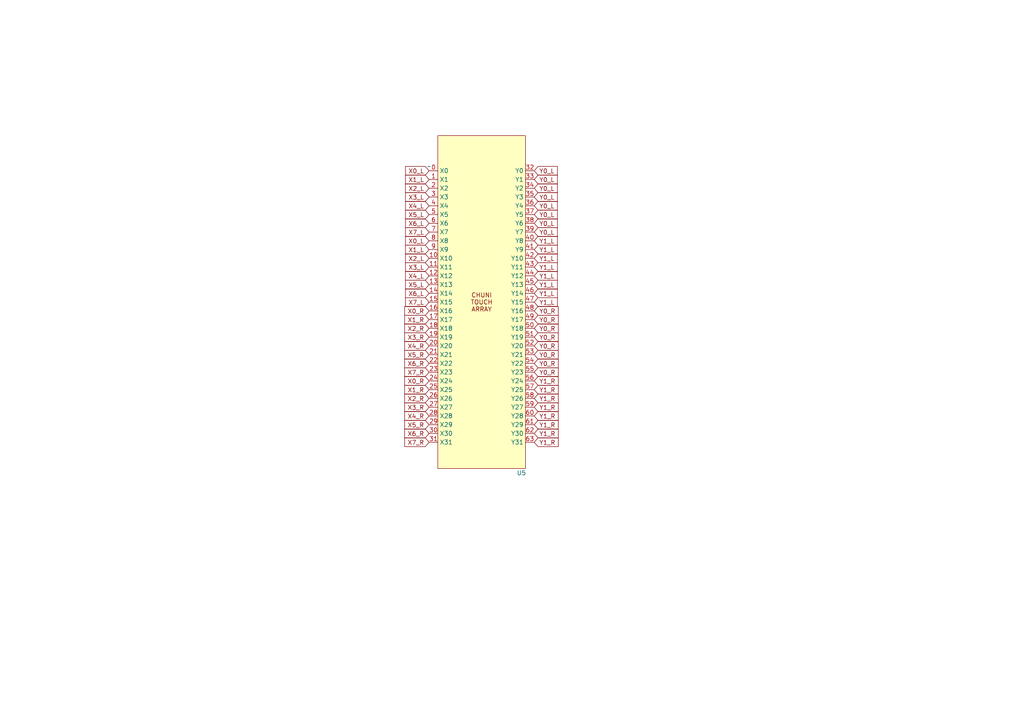
<source format=kicad_sch>
(kicad_sch (version 20230121) (generator eeschema)
  (paper "A4")
  (title_block (title "Touch Array") (date "2023-12-24") (rev "2") (company "Illini Rhythm Syndicate"))
  (lib_symbols
    (symbol "negicon_library:CHARRAY"
      (property "Reference" "U" (at 10.16 -49.53 0))
      (symbol "CHARRAY_0_0"
        (pin input line (at -15.24 38.1 0) (length 2.54) (name "X0") (number "0"))
        (pin input line (at -15.24 35.56 0) (length 2.54) (name "X1") (number "1"))
        (pin input line (at -15.24 12.7 0) (length 2.54) (name "X10") (number "10"))
        (pin input line (at -15.24 10.16 0) (length 2.54) (name "X11") (number "11"))
        (pin input line (at -15.24 7.62 0) (length 2.54) (name "X12") (number "12"))
        (pin input line (at -15.24 5.08 0) (length 2.54) (name "X13") (number "13"))
        (pin input line (at -15.24 2.54 0) (length 2.54) (name "X14") (number "14"))
        (pin input line (at -15.24 0 0) (length 2.54) (name "X15") (number "15"))
        (pin input line (at -15.24 -2.54 0) (length 2.54) (name "X16") (number "16"))
        (pin input line (at -15.24 -5.08 0) (length 2.54) (name "X17") (number "17"))
        (pin input line (at -15.24 -7.62 0) (length 2.54) (name "X18") (number "18"))
        (pin input line (at -15.24 -10.16 0) (length 2.54) (name "X19") (number "19"))
        (pin input line (at -15.24 33.02 0) (length 2.54) (name "X2") (number "2"))
        (pin input line (at -15.24 -12.7 0) (length 2.54) (name "X20") (number "20"))
        (pin input line (at -15.24 -15.24 0) (length 2.54) (name "X21") (number "21"))
        (pin input line (at -15.24 -17.78 0) (length 2.54) (name "X22") (number "22"))
        (pin input line (at -15.24 -20.32 0) (length 2.54) (name "X23") (number "23"))
        (pin input line (at -15.24 -22.86 0) (length 2.54) (name "X24") (number "24"))
        (pin input line (at -15.24 -25.4 0) (length 2.54) (name "X25") (number "25"))
        (pin input line (at -15.24 -27.94 0) (length 2.54) (name "X26") (number "26"))
        (pin input line (at -15.24 -30.48 0) (length 2.54) (name "X27") (number "27"))
        (pin input line (at -15.24 -33.02 0) (length 2.54) (name "X28") (number "28"))
        (pin input line (at -15.24 -35.56 0) (length 2.54) (name "X29") (number "29"))
        (pin input line (at -15.24 30.48 0) (length 2.54) (name "X3") (number "3"))
        (pin input line (at -15.24 -38.1 0) (length 2.54) (name "X30") (number "30"))
        (pin input line (at -15.24 -40.64 0) (length 2.54) (name "X31") (number "31"))
        (pin output line (at 15.24 38.1 180) (length 2.54) (name "Y0") (number "32"))
        (pin output line (at 15.24 35.56 180) (length 2.54) (name "Y1") (number "33"))
        (pin output line (at 15.24 33.02 180) (length 2.54) (name "Y2") (number "34"))
        (pin output line (at 15.24 30.48 180) (length 2.54) (name "Y3") (number "35"))
        (pin output line (at 15.24 27.94 180) (length 2.54) (name "Y4") (number "36"))
        (pin output line (at 15.24 25.4 180) (length 2.54) (name "Y5") (number "37"))
        (pin output line (at 15.24 22.86 180) (length 2.54) (name "Y6") (number "38"))
        (pin output line (at 15.24 20.32 180) (length 2.54) (name "Y7") (number "39"))
        (pin input line (at -15.24 27.94 0) (length 2.54) (name "X4") (number "4"))
        (pin output line (at 15.24 17.78 180) (length 2.54) (name "Y8") (number "40"))
        (pin output line (at 15.24 15.24 180) (length 2.54) (name "Y9") (number "41"))
        (pin output line (at 15.24 12.7 180) (length 2.54) (name "Y10") (number "42"))
        (pin output line (at 15.24 10.16 180) (length 2.54) (name "Y11") (number "43"))
        (pin output line (at 15.24 7.62 180) (length 2.54) (name "Y12") (number "44"))
        (pin output line (at 15.24 5.08 180) (length 2.54) (name "Y13") (number "45"))
        (pin output line (at 15.24 2.54 180) (length 2.54) (name "Y14") (number "46"))
        (pin output line (at 15.24 0 180) (length 2.54) (name "Y15") (number "47"))
        (pin output line (at 15.24 -2.54 180) (length 2.54) (name "Y16") (number "48"))
        (pin output line (at 15.24 -5.08 180) (length 2.54) (name "Y17") (number "49"))
        (pin input line (at -15.24 25.4 0) (length 2.54) (name "X5") (number "5"))
        (pin output line (at 15.24 -7.62 180) (length 2.54) (name "Y18") (number "50"))
        (pin output line (at 15.24 -10.16 180) (length 2.54) (name "Y19") (number "51"))
        (pin output line (at 15.24 -12.7 180) (length 2.54) (name "Y20") (number "52"))
        (pin output line (at 15.24 -15.24 180) (length 2.54) (name "Y21") (number "53"))
        (pin output line (at 15.24 -17.78 180) (length 2.54) (name "Y22") (number "54"))
        (pin output line (at 15.24 -20.32 180) (length 2.54) (name "Y23") (number "55"))
        (pin output line (at 15.24 -22.86 180) (length 2.54) (name "Y24") (number "56"))
        (pin output line (at 15.24 -25.4 180) (length 2.54) (name "Y25") (number "57"))
        (pin output line (at 15.24 -27.94 180) (length 2.54) (name "Y26") (number "58"))
        (pin output line (at 15.24 -30.48 180) (length 2.54) (name "Y27") (number "59"))
        (pin input line (at -15.24 22.86 0) (length 2.54) (name "X6") (number "6"))
        (pin output line (at 15.24 -33.02 180) (length 2.54) (name "Y28") (number "60"))
        (pin output line (at 15.24 -35.56 180) (length 2.54) (name "Y29") (number "61"))
        (pin output line (at 15.24 -38.1 180) (length 2.54) (name "Y30") (number "62"))
        (pin output line (at 15.24 -40.64 180) (length 2.54) (name "Y31") (number "63"))
        (pin input line (at -15.24 20.32 0) (length 2.54) (name "X7") (number "7"))
        (pin input line (at -15.24 17.78 0) (length 2.54) (name "X8") (number "8"))
        (pin input line (at -15.24 15.24 0) (length 2.54) (name "X9") (number "9"))
      )
      (symbol "CHARRAY_1_1"
        (rectangle (start -12.7 48.26) (end 12.7 -48.26) (fill (type background)))
        (text "CHUNI\nTOUCH\nARRAY" (at 0 0 0) (effects (font (size 1.27 1.27))))
      )
    )
  )
  (global_label "X0_R" (shape input) (at 124.46 90.17 180) (property "Intersheetrefs" "${INTERSHEET_REFS}" (effects hide)))
  (global_label "Y0_R" (shape input) (at 154.94 92.71 0) (property "Intersheetrefs" "${INTERSHEET_REFS}" (effects hide)))
  (global_label "X0_R" (shape input) (at 124.46 110.49 180) (property "Intersheetrefs" "${INTERSHEET_REFS}" (effects hide)))
  (global_label "Y0_R" (shape input) (at 154.94 95.25 0) (property "Intersheetrefs" "${INTERSHEET_REFS}" (effects hide)))
  (global_label "X5_R" (shape input) (at 124.46 123.19 180) (property "Intersheetrefs" "${INTERSHEET_REFS}" (effects hide)))
  (global_label "X1_L" (shape input) (at 124.46 72.39 180) (property "Intersheetrefs" "${INTERSHEET_REFS}" (effects hide)))
  (global_label "Y1_L" (shape input) (at 154.94 69.85 0) (property "Intersheetrefs" "${INTERSHEET_REFS}" (effects hide)))
  (global_label "Y1_R" (shape input) (at 154.94 120.65 0) (property "Intersheetrefs" "${INTERSHEET_REFS}" (effects hide)))
  (global_label "Y0_R" (shape input) (at 154.94 90.17 0) (property "Intersheetrefs" "${INTERSHEET_REFS}" (effects hide)))
  (global_label "Y1_R" (shape input) (at 154.94 128.27 0) (property "Intersheetrefs" "${INTERSHEET_REFS}" (effects hide)))
  (global_label "X0_L" (shape input) (at 124.46 49.53 180) (property "Intersheetrefs" "${INTERSHEET_REFS}" (effects hide)))
  (global_label "Y0_L" (shape input) (at 154.94 49.53 0) (property "Intersheetrefs" "${INTERSHEET_REFS}" (effects hide)))
  (global_label "Y0_L" (shape input) (at 154.94 54.61 0) (property "Intersheetrefs" "${INTERSHEET_REFS}" (effects hide)))
  (global_label "Y0_L" (shape input) (at 154.94 59.69 0) (property "Intersheetrefs" "${INTERSHEET_REFS}" (effects hide)))
  (global_label "Y0_L" (shape input) (at 154.94 64.77 0) (property "Intersheetrefs" "${INTERSHEET_REFS}" (effects hide)))
  (global_label "Y1_L" (shape input) (at 154.94 74.93 0) (property "Intersheetrefs" "${INTERSHEET_REFS}" (effects hide)))
  (global_label "Y0_R" (shape input) (at 154.94 107.95 0) (property "Intersheetrefs" "${INTERSHEET_REFS}" (effects hide)))
  (global_label "Y1_R" (shape input) (at 154.94 125.73 0) (property "Intersheetrefs" "${INTERSHEET_REFS}" (effects hide)))
  (global_label "Y0_R" (shape input) (at 154.94 100.33 0) (property "Intersheetrefs" "${INTERSHEET_REFS}" (effects hide)))
  (global_label "X1_L" (shape input) (at 124.46 52.07 180) (property "Intersheetrefs" "${INTERSHEET_REFS}" (effects hide)))
  (global_label "X7_R" (shape input) (at 124.46 128.27 180) (property "Intersheetrefs" "${INTERSHEET_REFS}" (effects hide)))
  (global_label "X6_L" (shape input) (at 124.46 85.09 180) (property "Intersheetrefs" "${INTERSHEET_REFS}" (effects hide)))
  (global_label "Y1_L" (shape input) (at 154.94 77.47 0) (property "Intersheetrefs" "${INTERSHEET_REFS}" (effects hide)))
  (global_label "Y1_R" (shape input) (at 154.94 113.03 0) (property "Intersheetrefs" "${INTERSHEET_REFS}" (effects hide)))
  (global_label "Y1_R" (shape input) (at 154.94 118.11 0) (property "Intersheetrefs" "${INTERSHEET_REFS}" (effects hide)))
  (global_label "X2_L" (shape input) (at 124.46 74.93 180) (property "Intersheetrefs" "${INTERSHEET_REFS}" (effects hide)))
  (global_label "X3_R" (shape input) (at 124.46 97.79 180) (property "Intersheetrefs" "${INTERSHEET_REFS}" (effects hide)))
  (global_label "X1_R" (shape input) (at 124.46 92.71 180) (property "Intersheetrefs" "${INTERSHEET_REFS}" (effects hide)))
  (global_label "Y1_R" (shape input) (at 154.94 123.19 0) (property "Intersheetrefs" "${INTERSHEET_REFS}" (effects hide)))
  (global_label "X7_R" (shape input) (at 124.46 107.95 180) (property "Intersheetrefs" "${INTERSHEET_REFS}" (effects hide)))
  (global_label "X3_L" (shape input) (at 124.46 77.47 180) (property "Intersheetrefs" "${INTERSHEET_REFS}" (effects hide)))
  (global_label "X5_R" (shape input) (at 124.46 102.87 180) (property "Intersheetrefs" "${INTERSHEET_REFS}" (effects hide)))
  (global_label "Y1_R" (shape input) (at 154.94 110.49 0) (property "Intersheetrefs" "${INTERSHEET_REFS}" (effects hide)))
  (global_label "X4_R" (shape input) (at 124.46 120.65 180) (property "Intersheetrefs" "${INTERSHEET_REFS}" (effects hide)))
  (global_label "X6_R" (shape input) (at 124.46 125.73 180) (property "Intersheetrefs" "${INTERSHEET_REFS}" (effects hide)))
  (global_label "X7_L" (shape input) (at 124.46 87.63 180) (property "Intersheetrefs" "${INTERSHEET_REFS}" (effects hide)))
  (global_label "X5_L" (shape input) (at 124.46 62.23 180) (property "Intersheetrefs" "${INTERSHEET_REFS}" (effects hide)))
  (global_label "X3_L" (shape input) (at 124.46 57.15 180) (property "Intersheetrefs" "${INTERSHEET_REFS}" (effects hide)))
  (global_label "X0_L" (shape input) (at 124.46 69.85 180) (property "Intersheetrefs" "${INTERSHEET_REFS}" (effects hide)))
  (global_label "Y1_L" (shape input) (at 154.94 87.63 0) (property "Intersheetrefs" "${INTERSHEET_REFS}" (effects hide)))
  (global_label "Y0_L" (shape input) (at 154.94 62.23 0) (property "Intersheetrefs" "${INTERSHEET_REFS}" (effects hide)))
  (global_label "X7_L" (shape input) (at 124.46 67.31 180) (property "Intersheetrefs" "${INTERSHEET_REFS}" (effects hide)))
  (global_label "X3_R" (shape input) (at 124.46 118.11 180) (property "Intersheetrefs" "${INTERSHEET_REFS}" (effects hide)))
  (global_label "Y0_R" (shape input) (at 154.94 97.79 0) (property "Intersheetrefs" "${INTERSHEET_REFS}" (effects hide)))
  (global_label "X4_R" (shape input) (at 124.46 100.33 180) (property "Intersheetrefs" "${INTERSHEET_REFS}" (effects hide)))
  (global_label "X4_L" (shape input) (at 124.46 59.69 180) (property "Intersheetrefs" "${INTERSHEET_REFS}" (effects hide)))
  (global_label "Y1_L" (shape input) (at 154.94 80.01 0) (property "Intersheetrefs" "${INTERSHEET_REFS}" (effects hide)))
  (global_label "X1_R" (shape input) (at 124.46 113.03 180) (property "Intersheetrefs" "${INTERSHEET_REFS}" (effects hide)))
  (global_label "Y1_L" (shape input) (at 154.94 85.09 0) (property "Intersheetrefs" "${INTERSHEET_REFS}" (effects hide)))
  (global_label "Y0_L" (shape input) (at 154.94 67.31 0) (property "Intersheetrefs" "${INTERSHEET_REFS}" (effects hide)))
  (global_label "Y1_L" (shape input) (at 154.94 72.39 0) (property "Intersheetrefs" "${INTERSHEET_REFS}" (effects hide)))
  (global_label "X4_L" (shape input) (at 124.46 80.01 180) (property "Intersheetrefs" "${INTERSHEET_REFS}" (effects hide)))
  (global_label "Y0_R" (shape input) (at 154.94 105.41 0) (property "Intersheetrefs" "${INTERSHEET_REFS}" (effects hide)))
  (global_label "Y0_L" (shape input) (at 154.94 52.07 0) (property "Intersheetrefs" "${INTERSHEET_REFS}" (effects hide)))
  (global_label "X6_R" (shape input) (at 124.46 105.41 180) (property "Intersheetrefs" "${INTERSHEET_REFS}" (effects hide)))
  (global_label "X5_L" (shape input) (at 124.46 82.55 180) (property "Intersheetrefs" "${INTERSHEET_REFS}" (effects hide)))
  (global_label "Y0_L" (shape input) (at 154.94 57.15 0) (property "Intersheetrefs" "${INTERSHEET_REFS}" (effects hide)))
  (global_label "Y0_R" (shape input) (at 154.94 102.87 0) (property "Intersheetrefs" "${INTERSHEET_REFS}" (effects hide)))
  (global_label "X2_L" (shape input) (at 124.46 54.61 180) (property "Intersheetrefs" "${INTERSHEET_REFS}" (effects hide)))
  (global_label "X6_L" (shape input) (at 124.46 64.77 180) (property "Intersheetrefs" "${INTERSHEET_REFS}" (effects hide)))
  (global_label "Y1_L" (shape input) (at 154.94 82.55 0) (property "Intersheetrefs" "${INTERSHEET_REFS}" (effects hide)))
  (global_label "X2_R" (shape input) (at 124.46 95.25 180) (property "Intersheetrefs" "${INTERSHEET_REFS}" (effects hide)))
  (global_label "Y1_R" (shape input) (at 154.94 115.57 0) (property "Intersheetrefs" "${INTERSHEET_REFS}" (effects hide)))
  (global_label "X2_R" (shape input) (at 124.46 115.57 180) (property "Intersheetrefs" "${INTERSHEET_REFS}" (effects hide)))
  (symbol (lib_id "negicon_library:CHARRAY") (at 139.7 87.63 0) (unit 1)
    (property "Reference" "U5" (at 149.86 137.16 0) (effects (justify left)))
    (property "Value" "~" (at 124.46 48.26 0))
    (property "Footprint" "negicon:CH3MM64" (effects hide))
  )
)
</source>
